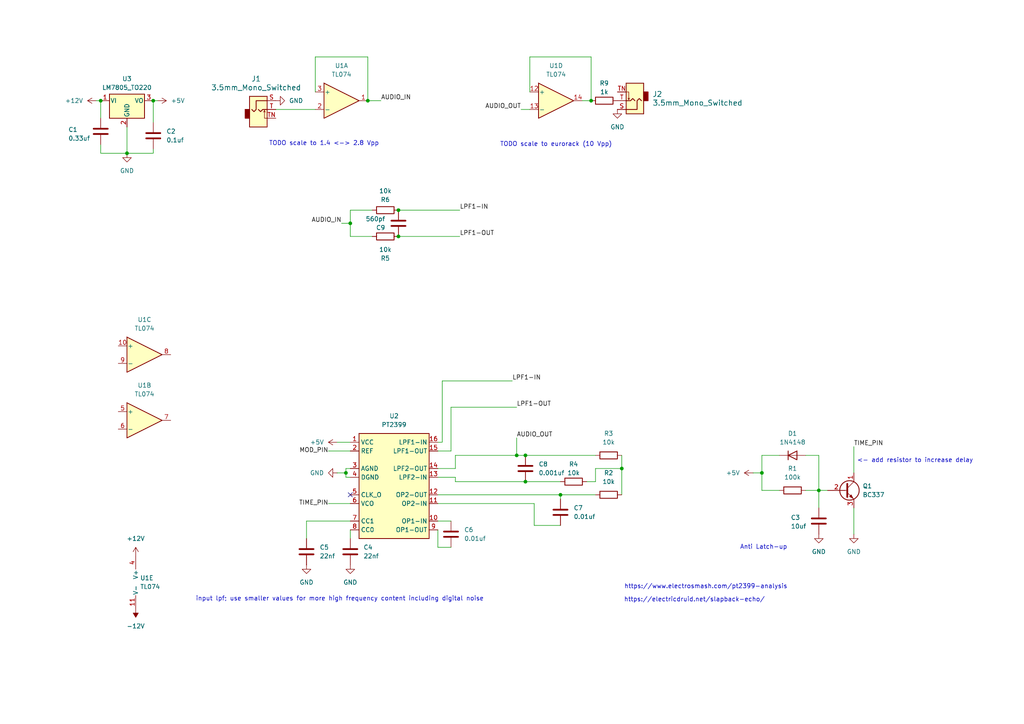
<source format=kicad_sch>
(kicad_sch (version 20231120) (generator "eeschema") (generator_version "8.0")
  (paper "A4")
  (lib_symbols
    (symbol "Diode:1N4148" (pin_numbers hide) (pin_names hide)
      (property "Reference" "D" (at 0 2.54 0))
      (property "Value" "1N4148" (at 0 -2.54 0))
      (symbol "1N4148_0_1"
        (polyline (pts (xy -1.27 1.27) (xy -1.27 -1.27)) (stroke (width 0.254)))
        (polyline (pts (xy 1.27 0) (xy -1.27 0)))
        (polyline (pts (xy 1.27 1.27) (xy 1.27 -1.27) (xy -1.27 0) (xy 1.27 1.27)) (stroke (width 0.254)))
      )
      (symbol "1N4148_1_1"
        (pin passive line (at -3.81 0 0) (length 2.54) (name "K") (number "1"))
        (pin passive line (at 3.81 0 180) (length 2.54) (name "A") (number "2"))
      )
    )
    (symbol "KitsBlips:+12V" (power) (pin_numbers hide) (pin_names (offset 0) hide)
      (property "Value" "+12V" (at 0 3.556 0))
      (symbol "+12V_0_1"
        (polyline (pts (xy -0.762 1.27) (xy 0 2.54)))
        (polyline (pts (xy 0 0) (xy 0 2.54)))
        (polyline (pts (xy 0 2.54) (xy 0.762 1.27)))
      )
      (symbol "+12V_1_1"
        (pin power_in line (at 0 0 90) (length 0) (name "~") (number "1"))
      )
    )
    (symbol "KitsBlips:+5V" (power) (pin_numbers hide) (pin_names (offset 0) hide)
      (property "Value" "+5V" (at 0 3.556 0))
      (symbol "+5V_0_1"
        (polyline (pts (xy -0.762 1.27) (xy 0 2.54)))
        (polyline (pts (xy 0 0) (xy 0 2.54)))
        (polyline (pts (xy 0 2.54) (xy 0.762 1.27)))
      )
      (symbol "+5V_1_1"
        (pin power_in line (at 0 0 90) (length 0) (name "~") (number "1"))
      )
    )
    (symbol "KitsBlips:-12V" (power) (pin_numbers hide) (pin_names (offset 0) hide)
      (property "Value" "-12V" (at 0 3.556 0))
      (symbol "-12V_0_0"
        (pin power_in line (at 0 0 90) (length 0) (name "~") (number "1"))
      )
      (symbol "-12V_0_1"
        (polyline (pts (xy 0 0) (xy 0 1.27) (xy 0.762 1.27) (xy 0 2.54) (xy -0.762 1.27) (xy 0 1.27)) (fill (type outline)))
      )
    )
    (symbol "KitsBlips:3.5mm_Mono_Switched" (pin_names (offset 0) hide)
      (property "Reference" "J" (at -5.588 -6.35 0))
      (property "Value" "3.5mm_Mono_Switched" (at -1.27 7.112 0))
      (symbol "3.5mm_Mono_Switched_0_1"
        (rectangle (start -7.62 1.27) (end -8.89 -1.27) (stroke (width 0.254)) (fill (type outline)))
        (rectangle (start -7.62 5.08) (end -2.54 -3.81) (stroke (width 0.254)) (fill (type background)))
        (polyline (pts (xy -3.302 1.016) (xy -3.048 0.508)))
        (polyline (pts (xy -5.08 1.27) (xy -4.445 0.635) (xy -3.81 1.27) (xy -2.54 1.27)) (stroke (width 0.254)))
        (polyline (pts (xy -2.54 -1.27) (xy -3.302 -1.27) (xy -3.302 1.016) (xy -3.556 0.508)))
        (polyline (pts (xy -2.54 3.81) (xy -5.715 3.81) (xy -5.715 1.27) (xy -6.35 0.635) (xy -6.985 1.27)) (stroke (width 0.254)))
      )
      (symbol "3.5mm_Mono_Switched_1_1"
        (pin passive line (at 0 3.81 180) (length 2.54) (name "~") (number "S"))
        (pin passive line (at 0 1.27 180) (length 2.54) (name "~") (number "T"))
        (pin passive line (at 0 -1.27 180) (length 2.54) (name "~") (number "TN"))
      )
    )
    (symbol "KitsBlips:C" (pin_numbers hide) (pin_names (offset 0.254))
      (property "Reference" "C" (at 0.635 2.54 0))
      (property "Value" "C" (at 0.635 -2.54 0))
      (symbol "C_0_1"
        (polyline (pts (xy -2.032 -0.762) (xy 2.032 -0.762)) (stroke (width 0.508)))
        (polyline (pts (xy -2.032 0.762) (xy 2.032 0.762)) (stroke (width 0.508)))
      )
      (symbol "C_1_1"
        (pin passive line (at 0 3.81 270) (length 2.794) (name "~") (number "1"))
        (pin passive line (at 0 -3.81 90) (length 2.794) (name "~") (number "2"))
      )
    )
    (symbol "KitsBlips:PT2399"
      (property "Reference" "U" (at 0 17.78 0))
      (property "Value" "PT2399" (at 0 -17.78 0))
      (symbol "PT2399_0_1"
        (rectangle (start -10.16 15.24) (end 10.16 -15.24) (stroke (width 0.254)) (fill (type background)))
      )
      (symbol "PT2399_1_1"
        (pin power_in line (at -12.7 12.7 0) (length 2.54) (name "VCC") (number "1"))
        (pin input line (at 12.7 -10.16 180) (length 2.54) (name "OP1-IN") (number "10"))
        (pin input line (at 12.7 -5.08 180) (length 2.54) (name "OP2-IN") (number "11"))
        (pin output line (at 12.7 -2.54 180) (length 2.54) (name "OP2-OUT") (number "12"))
        (pin input line (at 12.7 2.54 180) (length 2.54) (name "LPF2-IN") (number "13"))
        (pin output line (at 12.7 5.08 180) (length 2.54) (name "LPF2-OUT") (number "14"))
        (pin output line (at 12.7 10.16 180) (length 2.54) (name "LPF1-OUT") (number "15"))
        (pin input line (at 12.7 12.7 180) (length 2.54) (name "LPF1-IN") (number "16"))
        (pin passive line (at -12.7 10.16 0) (length 2.54) (name "REF") (number "2"))
        (pin power_in line (at -12.7 5.08 0) (length 2.54) (name "AGND") (number "3"))
        (pin power_in line (at -12.7 2.54 0) (length 2.54) (name "DGND") (number "4"))
        (pin passive line (at -12.7 -2.54 0) (length 2.54) (name "CLK_O") (number "5"))
        (pin passive line (at -12.7 -5.08 0) (length 2.54) (name "VCO") (number "6"))
        (pin passive line (at -12.7 -10.16 0) (length 2.54) (name "CC1") (number "7"))
        (pin passive line (at -12.7 -12.7 0) (length 2.54) (name "CC0") (number "8"))
        (pin output line (at 12.7 -12.7 180) (length 2.54) (name "OP1-OUT") (number "9"))
      )
    )
    (symbol "KitsBlips:R" (pin_numbers hide) (pin_names (offset 0))
      (property "Reference" "R" (at 2.032 0 90))
      (property "Value" "R" (at 0 0 90))
      (symbol "R_0_1"
        (rectangle (start -1.016 -2.54) (end 1.016 2.54) (stroke (width 0.254)))
      )
      (symbol "R_1_1"
        (pin passive line (at 0 3.81 270) (length 1.27) (name "~") (number "1"))
        (pin passive line (at 0 -3.81 90) (length 1.27) (name "~") (number "2"))
      )
    )
    (symbol "KitsBlips:TL074" (pin_names (offset 0.127))
      (property "Reference" "U" (at 0 5.08 0))
      (property "Value" "TL074" (at 0 -5.08 0))
      (symbol "TL074_1_1"
        (polyline (pts (xy -5.08 5.08) (xy 5.08 0) (xy -5.08 -5.08) (xy -5.08 5.08)) (stroke (width 0.254)) (fill (type background)))
        (pin output line (at 7.62 0 180) (length 2.54) (name "~") (number "1"))
        (pin input line (at -7.62 -2.54 0) (length 2.54) (name "-") (number "2"))
        (pin input line (at -7.62 2.54 0) (length 2.54) (name "+") (number "3"))
      )
      (symbol "TL074_2_1"
        (polyline (pts (xy -5.08 5.08) (xy 5.08 0) (xy -5.08 -5.08) (xy -5.08 5.08)) (stroke (width 0.254)) (fill (type background)))
        (pin input line (at -7.62 2.54 0) (length 2.54) (name "+") (number "5"))
        (pin input line (at -7.62 -2.54 0) (length 2.54) (name "-") (number "6"))
        (pin output line (at 7.62 0 180) (length 2.54) (name "~") (number "7"))
      )
      (symbol "TL074_3_1"
        (polyline (pts (xy -5.08 5.08) (xy 5.08 0) (xy -5.08 -5.08) (xy -5.08 5.08)) (stroke (width 0.254)) (fill (type background)))
        (pin input line (at -7.62 2.54 0) (length 2.54) (name "+") (number "10"))
        (pin output line (at 7.62 0 180) (length 2.54) (name "~") (number "8"))
        (pin input line (at -7.62 -2.54 0) (length 2.54) (name "-") (number "9"))
      )
      (symbol "TL074_4_1"
        (polyline (pts (xy -5.08 5.08) (xy 5.08 0) (xy -5.08 -5.08) (xy -5.08 5.08)) (stroke (width 0.254)) (fill (type background)))
        (pin input line (at -7.62 2.54 0) (length 2.54) (name "+") (number "12"))
        (pin input line (at -7.62 -2.54 0) (length 2.54) (name "-") (number "13"))
        (pin output line (at 7.62 0 180) (length 2.54) (name "~") (number "14"))
      )
      (symbol "TL074_5_1"
        (pin power_in line (at -2.54 -7.62 90) (length 3.81) (name "V-") (number "11"))
        (pin power_in line (at -2.54 7.62 270) (length 3.81) (name "V+") (number "4"))
      )
    )
    (symbol "Regulator_Linear:LM7805_TO220" (pin_names (offset 0.254))
      (property "Reference" "U" (at -3.81 3.175 0))
      (property "Value" "LM7805_TO220" (at 0 3.175 0))
      (symbol "LM7805_TO220_0_1"
        (rectangle (start -5.08 1.905) (end 5.08 -5.08) (stroke (width 0.254)) (fill (type background)))
      )
      (symbol "LM7805_TO220_1_1"
        (pin power_in line (at -7.62 0 0) (length 2.54) (name "VI") (number "1"))
        (pin power_in line (at 0 -7.62 90) (length 2.54) (name "GND") (number "2"))
        (pin power_out line (at 7.62 0 180) (length 2.54) (name "VO") (number "3"))
      )
    )
    (symbol "Transistor_BJT:BC337" (pin_names (offset 0) hide)
      (property "Reference" "Q" (at 5.08 1.905 0))
      (property "Value" "BC337" (at 5.08 0 0))
      (symbol "BC337_0_1"
        (polyline (pts (xy 0 0) (xy 0.635 0)))
        (polyline (pts (xy 0.635 0.635) (xy 2.54 2.54)))
        (polyline (pts (xy 0.635 -0.635) (xy 2.54 -2.54) (xy 2.54 -2.54)))
        (polyline (pts (xy 0.635 1.905) (xy 0.635 -1.905) (xy 0.635 -1.905)) (stroke (width 0.508)))
        (polyline (pts (xy 1.27 -1.778) (xy 1.778 -1.27) (xy 2.286 -2.286) (xy 1.27 -1.778) (xy 1.27 -1.778)) (fill (type outline)))
        (circle (center 1.27 0) (radius 2.8194) (stroke (width 0.254)))
      )
      (symbol "BC337_1_1"
        (pin passive line (at 2.54 5.08 270) (length 2.54) (name "C") (number "1"))
        (pin input line (at -5.08 0 0) (length 5.08) (name "B") (number "2"))
        (pin passive line (at 2.54 -5.08 90) (length 2.54) (name "E") (number "3"))
      )
    )
    (symbol "power:GND" (power) (pin_numbers hide) (pin_names (offset 0) hide)
      (property "Value" "GND" (at 0 -3.81 0))
      (symbol "GND_0_1"
        (polyline (pts (xy 0 0) (xy 0 -1.27) (xy 1.27 -1.27) (xy 0 -2.54) (xy -1.27 -1.27) (xy 0 -1.27)))
      )
      (symbol "GND_1_1"
        (pin power_in line (at 0 0 270) (length 0) (name "~") (number "1"))
      )
    )
  )
  (junction (at 237.49 142.24))
  (junction (at 115.57 60.96))
  (junction (at 180.34 135.89))
  (junction (at 44.45 29.21))
  (junction (at 149.86 132.08))
  (junction (at 101.6 64.77))
  (junction (at 171.45 29.21))
  (junction (at 152.4 132.08))
  (junction (at 29.21 29.21))
  (junction (at 220.98 137.16))
  (junction (at 162.56 143.51))
  (junction (at 36.83 44.45))
  (junction (at 106.68 29.21))
  (junction (at 100.33 137.16))
  (junction (at 152.4 139.7))
  (junction (at 115.57 68.58))
  (no_connect (at 101.6 143.51))
  (wire (pts (xy 162.56 143.51) (xy 127 143.51)))
  (wire (pts (xy 162.56 143.51) (xy 162.56 144.78)))
  (wire (pts (xy 220.98 142.24) (xy 220.98 137.16)))
  (wire (pts (xy 127 158.75) (xy 130.81 158.75)))
  (wire (pts (xy 101.6 156.21) (xy 101.6 153.67)))
  (wire (pts (xy 153.67 26.67) (xy 153.67 16.51)))
  (wire (pts (xy 180.34 132.08) (xy 180.34 135.89)))
  (wire (pts (xy 132.08 139.7) (xy 152.4 139.7)))
  (wire (pts (xy 130.81 118.11) (xy 130.81 130.81)))
  (wire (pts (xy 153.67 16.51) (xy 171.45 16.51)))
  (wire (pts (xy 132.08 138.43) (xy 132.08 139.7)))
  (wire (pts (xy 237.49 132.08) (xy 237.49 142.24)))
  (wire (pts (xy 101.6 68.58) (xy 101.6 64.77)))
  (wire (pts (xy 128.27 110.49) (xy 128.27 128.27)))
  (wire (pts (xy 247.65 129.54) (xy 247.65 137.16)))
  (wire (pts (xy 107.95 68.58) (xy 101.6 68.58)))
  (wire (pts (xy 27.94 29.21) (xy 29.21 29.21)))
  (wire (pts (xy 115.57 60.96) (xy 133.35 60.96)))
  (wire (pts (xy 100.33 137.16) (xy 100.33 138.43)))
  (wire (pts (xy 220.98 132.08) (xy 220.98 137.16)))
  (wire (pts (xy 29.21 29.21) (xy 29.21 34.29)))
  (wire (pts (xy 154.94 146.05) (xy 154.94 152.4)))
  (wire (pts (xy 106.68 16.51) (xy 106.68 29.21)))
  (wire (pts (xy 226.06 132.08) (xy 220.98 132.08)))
  (wire (pts (xy 149.86 118.11) (xy 130.81 118.11)))
  (wire (pts (xy 240.03 142.24) (xy 237.49 142.24)))
  (wire (pts (xy 130.81 130.81) (xy 127 130.81)))
  (wire (pts (xy 162.56 143.51) (xy 172.72 143.51)))
  (wire (pts (xy 149.86 132.08) (xy 152.4 132.08)))
  (wire (pts (xy 127 146.05) (xy 154.94 146.05)))
  (wire (pts (xy 36.83 36.83) (xy 36.83 44.45)))
  (wire (pts (xy 101.6 151.13) (xy 88.9 151.13)))
  (wire (pts (xy 44.45 43.18) (xy 44.45 44.45)))
  (wire (pts (xy 128.27 128.27) (xy 127 128.27)))
  (wire (pts (xy 106.68 29.21) (xy 110.49 29.21)))
  (wire (pts (xy 171.45 16.51) (xy 171.45 29.21)))
  (wire (pts (xy 152.4 132.08) (xy 172.72 132.08)))
  (wire (pts (xy 127 151.13) (xy 130.81 151.13)))
  (wire (pts (xy 218.44 137.16) (xy 220.98 137.16)))
  (wire (pts (xy 101.6 135.89) (xy 100.33 135.89)))
  (wire (pts (xy 237.49 142.24) (xy 237.49 147.32)))
  (wire (pts (xy 97.79 137.16) (xy 100.33 137.16)))
  (wire (pts (xy 233.68 142.24) (xy 237.49 142.24)))
  (wire (pts (xy 44.45 29.21) (xy 44.45 35.56)))
  (wire (pts (xy 132.08 135.89) (xy 132.08 132.08)))
  (wire (pts (xy 101.6 64.77) (xy 101.6 60.96)))
  (wire (pts (xy 172.72 139.7) (xy 172.72 135.89)))
  (wire (pts (xy 101.6 60.96) (xy 107.95 60.96)))
  (wire (pts (xy 91.44 26.67) (xy 91.44 16.51)))
  (wire (pts (xy 29.21 44.45) (xy 29.21 41.91)))
  (wire (pts (xy 36.83 44.45) (xy 29.21 44.45)))
  (wire (pts (xy 247.65 154.94) (xy 247.65 147.32)))
  (wire (pts (xy 91.44 16.51) (xy 106.68 16.51)))
  (wire (pts (xy 180.34 135.89) (xy 180.34 143.51)))
  (wire (pts (xy 154.94 152.4) (xy 162.56 152.4)))
  (wire (pts (xy 133.35 68.58) (xy 115.57 68.58)))
  (wire (pts (xy 170.18 139.7) (xy 172.72 139.7)))
  (wire (pts (xy 80.01 31.75) (xy 91.44 31.75)))
  (wire (pts (xy 233.68 132.08) (xy 237.49 132.08)))
  (wire (pts (xy 99.06 64.77) (xy 101.6 64.77)))
  (wire (pts (xy 97.79 128.27) (xy 101.6 128.27)))
  (wire (pts (xy 88.9 151.13) (xy 88.9 156.21)))
  (wire (pts (xy 100.33 135.89) (xy 100.33 137.16)))
  (wire (pts (xy 101.6 138.43) (xy 100.33 138.43)))
  (wire (pts (xy 151.13 31.75) (xy 153.67 31.75)))
  (wire (pts (xy 127 138.43) (xy 132.08 138.43)))
  (wire (pts (xy 95.25 146.05) (xy 101.6 146.05)))
  (wire (pts (xy 132.08 132.08) (xy 149.86 132.08)))
  (wire (pts (xy 44.45 44.45) (xy 36.83 44.45)))
  (wire (pts (xy 220.98 142.24) (xy 226.06 142.24)))
  (wire (pts (xy 127 135.89) (xy 132.08 135.89)))
  (wire (pts (xy 172.72 135.89) (xy 180.34 135.89)))
  (wire (pts (xy 44.45 29.21) (xy 45.72 29.21)))
  (wire (pts (xy 152.4 139.7) (xy 162.56 139.7)))
  (wire (pts (xy 149.86 127) (xy 149.86 132.08)))
  (wire (pts (xy 127 153.67) (xy 127 158.75)))
  (wire (pts (xy 128.27 110.49) (xy 148.59 110.49)))
  (wire (pts (xy 95.25 130.81) (xy 101.6 130.81)))
  (wire (pts (xy 168.91 29.21) (xy 171.45 29.21)))
  (text "TODO scale to 1.4 <-> 2.8 Vpp" (at 93.98 41.656 0) (effects (font (size 1.27 1.27))))
  (text "<- add resistor to increase delay\n\n" (at 265.43 134.62 0) (effects (font (size 1.27 1.27))))
  (text "Anti Latch-up\n" (at 221.488 158.75 0) (effects (font (size 1.27 1.27))))
  (text "input lpf; use smaller values for more high frequency content including digital noise" (at 98.552 173.736 0) (effects (font (size 1.27 1.27))))
  (text "https://electricdruid.net/slapback-echo/" (at 201.422 173.99 0) (effects (font (size 1.27 1.27))))
  (text "https://www.electrosmash.com/pt2399-analysis\n" (at 204.724 170.18 0) (effects (font (size 1.27 1.27))))
  (text "TODO scale to eurorack (10 Vpp)" (at 161.29 41.91 0) (effects (font (size 1.27 1.27))))
  (label "AUDIO_OUT" (at 149.86 127 0))
  (label "TIME_PIN" (at 247.65 129.54 0))
  (label "AUDIO_OUT" (at 151.13 31.75 180))
  (label "MOD_PIN" (at 95.25 130.81 180))
  (label "LPF1-IN" (at 133.35 60.96 0))
  (label "TIME_PIN" (at 95.25 146.05 180))
  (label "AUDIO_IN" (at 99.06 64.77 180))
  (label "AUDIO_IN" (at 110.49 29.21 0))
  (label "LPF1-IN" (at 148.59 110.49 0))
  (label "LPF1-OUT" (at 133.35 68.58 0))
  (label "LPF1-OUT" (at 149.86 118.11 0))
  (symbol (lib_id "KitsBlips:C") (at 88.9 160.02 0) (unit 1)
    (property "Reference" "C5" (at 92.71 158.7499 0) (effects (justify left)))
    (property "Value" "22nf" (at 92.71 161.2899 0) (effects (justify left)))
    (property "Description" "Unpolarized capacitor" (effects (hide yes)))
  )
  (symbol (lib_id "KitsBlips:R") (at 166.37 139.7 90) (unit 1)
    (property "Reference" "R4" (at 166.37 134.62 90))
    (property "Value" "10k" (at 166.37 137.16 90))
    (property "Description" "Resistor" (effects (hide yes)))
  )
  (symbol (lib_id "KitsBlips:C") (at 162.56 148.59 180) (unit 1)
    (property "Reference" "C7" (at 166.37 147.3199 0) (effects (justify right)))
    (property "Value" "0.01uf" (at 166.37 149.8599 0) (effects (justify right)))
    (property "Description" "Unpolarized capacitor" (effects (hide yes)))
  )
  (symbol (lib_id "Regulator_Linear:LM7805_TO220") (at 36.83 29.21 0) (unit 1)
    (property "Reference" "U3" (at 36.83 22.86 0))
    (property "Value" "LM7805_TO220" (at 36.83 25.4 0))
    (property "Footprint" "Package_TO_SOT_THT:TO-220-3_Vertical" (effects (hide yes)))
    (property "Datasheet" "https://www.onsemi.cn/PowerSolutions/document/MC7800-D.PDF" (effects (hide yes)))
    (property "Description" "Positive 1A 35V Linear Regulator, Fixed Output 5V, TO-220" (effects (hide yes)))
  )
  (symbol (lib_id "KitsBlips:C") (at 101.6 160.02 0) (unit 1)
    (property "Reference" "C4" (at 105.41 158.7499 0) (effects (justify left)))
    (property "Value" "22nf" (at 105.41 161.2899 0) (effects (justify left)))
    (property "Description" "Unpolarized capacitor" (effects (hide yes)))
  )
  (symbol (lib_id "KitsBlips:C") (at 130.81 154.94 0) (unit 1)
    (property "Reference" "C6" (at 134.62 153.6699 0) (effects (justify left)))
    (property "Value" "0.01uf" (at 134.62 156.2099 0) (effects (justify left)))
    (property "Description" "Unpolarized capacitor" (effects (hide yes)))
  )
  (symbol (lib_id "KitsBlips:3.5mm_Mono_Switched") (at 80.01 33.02 0) (unit 1)
    (property "Reference" "J1" (at 74.295 22.86 0) (effects (font (size 1.524 1.524))))
    (property "Value" "3.5mm_Mono_Switched" (at 74.295 25.4 0) (effects (font (size 1.524 1.524))))
    (property "Footprint" "Connector_Audio:Jack_3.5mm_QingPu_WQP-PJ398SM_Vertical_CircularHoles" (effects (hide yes)))
    (property "Description" "Audio 3.5mm Jack, mono, switched, PC-pin Vertical" (effects (hide yes)))
    (property "Specifications" "Audio 3.5mm Jack, mono, switched, PC-pin Vertical" (effects (hide yes)))
    (property "Manufacturer" "Wenzhou QingPu Electronics Co" (effects (hide yes)))
    (property "Part Number" "WQP-WQP518MA" (effects (hide yes)))
  )
  (symbol (lib_id "power:GND") (at 80.01 29.21 90) (unit 1)
    (property "Reference" "#PWR014" (effects (hide yes)))
    (property "Value" "GND" (at 83.82 29.2099 90) (effects (justify right)))
    (property "Description" "Power symbol creates a global label with name \"GND\" , ground" (effects (hide yes)))
  )
  (symbol (lib_id "KitsBlips:R") (at 229.87 142.24 90) (unit 1)
    (property "Reference" "R1" (at 229.87 135.89 90))
    (property "Value" "100k" (at 229.87 138.43 90))
    (property "Description" "Resistor" (effects (hide yes)))
  )
  (symbol (lib_id "power:GND") (at 97.79 137.16 270) (unit 1)
    (property "Reference" "#PWR010" (effects (hide yes)))
    (property "Value" "GND" (at 93.98 137.1599 90) (effects (justify right)))
    (property "Description" "Power symbol creates a global label with name \"GND\" , ground" (effects (hide yes)))
  )
  (symbol (lib_id "KitsBlips:TL074") (at 99.06 29.21 0) (unit 1)
    (property "Reference" "U1" (at 99.06 19.05 0))
    (property "Value" "TL074" (at 99.06 21.59 0))
    (property "Datasheet" "http://www.ti.com/lit/ds/symlink/tl071.pdf" (effects (hide yes)))
    (property "Description" "Quad Low-Noise JFET-Input Operational Amplifiers, DIP-14/SOIC-14" (effects (hide yes)))
  )
  (symbol (lib_id "KitsBlips:C") (at 152.4 135.89 180) (unit 1)
    (property "Reference" "C8" (at 156.21 134.6199 0) (effects (justify right)))
    (property "Value" "0.001uf" (at 156.21 137.1599 0) (effects (justify right)))
    (property "Description" "Unpolarized capacitor" (effects (hide yes)))
  )
  (symbol (lib_id "KitsBlips:TL074") (at 161.29 29.21 0) (unit 4)
    (property "Reference" "U1" (at 161.29 19.05 0))
    (property "Value" "TL074" (at 161.29 21.59 0))
    (property "Datasheet" "http://www.ti.com/lit/ds/symlink/tl071.pdf" (effects (hide yes)))
    (property "Description" "Quad Low-Noise JFET-Input Operational Amplifiers, DIP-14/SOIC-14" (effects (hide yes)))
  )
  (symbol (lib_id "Diode:1N4148") (at 229.87 132.08 0) (unit 1)
    (property "Reference" "D1" (at 229.87 125.73 0))
    (property "Value" "1N4148" (at 229.87 128.27 0))
    (property "Footprint" "Diode_THT:D_DO-35_SOD27_P7.62mm_Horizontal" (effects (hide yes)))
    (property "Datasheet" "https://assets.nexperia.com/documents/data-sheet/1N4148_1N4448.pdf" (effects (hide yes)))
    (property "Description" "100V 0.15A standard switching diode, DO-35" (effects (hide yes)))
    (property "Sim.Device" "D" (effects (hide yes)))
    (property "Sim.Pins" "1=K 2=A" (effects (hide yes)))
  )
  (symbol (lib_id "KitsBlips:C") (at 237.49 151.13 0) (unit 1)
    (property "Reference" "C3" (at 229.362 150.114 0) (effects (justify left)))
    (property "Value" "10uf" (at 229.362 152.654 0) (effects (justify left)))
    (property "Description" "Unpolarized capacitor" (effects (hide yes)))
  )
  (symbol (lib_id "KitsBlips:+12V") (at 27.94 29.21 90) (unit 1)
    (property "Reference" "#PWR05" (effects (hide yes)))
    (property "Value" "+12V" (at 24.13 29.2099 90) (effects (justify left)))
    (property "Description" "Power symbol creates a global label with name \"+12V\"" (effects (hide yes)))
  )
  (symbol (lib_id "KitsBlips:C") (at 115.57 64.77 0) (unit 1)
    (property "Reference" "C9" (at 111.76 66.0401 0) (effects (justify right)))
    (property "Value" "560pf" (at 111.76 63.5001 0) (effects (justify right)))
    (property "Description" "Unpolarized capacitor" (effects (hide yes)))
  )
  (symbol (lib_id "power:GND") (at 36.83 44.45 0) (unit 1)
    (property "Reference" "#PWR03" (effects (hide yes)))
    (property "Value" "GND" (at 36.83 49.53 0))
    (property "Description" "Power symbol creates a global label with name \"GND\" , ground" (effects (hide yes)))
  )
  (symbol (lib_id "power:GND") (at 247.65 154.94 0) (unit 1)
    (property "Reference" "#PWR08" (effects (hide yes)))
    (property "Value" "GND" (at 247.65 160.02 0))
    (property "Description" "Power symbol creates a global label with name \"GND\" , ground" (effects (hide yes)))
  )
  (symbol (lib_id "KitsBlips:+5V") (at 218.44 137.16 90) (unit 1)
    (property "Reference" "#PWR06" (effects (hide yes)))
    (property "Value" "+5V" (at 214.63 137.1599 90) (effects (justify left)))
    (property "Description" "Power symbol creates a global label with name \"+5V\"" (effects (hide yes)))
  )
  (symbol (lib_id "power:GND") (at 101.6 163.83 0) (unit 1)
    (property "Reference" "#PWR012" (effects (hide yes)))
    (property "Value" "GND" (at 101.6 168.91 0))
    (property "Description" "Power symbol creates a global label with name \"GND\" , ground" (effects (hide yes)))
  )
  (symbol (lib_id "KitsBlips:TL074") (at 41.91 121.92 0) (unit 2)
    (property "Reference" "U1" (at 41.91 111.76 0))
    (property "Value" "TL074" (at 41.91 114.3 0))
    (property "Datasheet" "http://www.ti.com/lit/ds/symlink/tl071.pdf" (effects (hide yes)))
    (property "Description" "Quad Low-Noise JFET-Input Operational Amplifiers, DIP-14/SOIC-14" (effects (hide yes)))
  )
  (symbol (lib_id "power:GND") (at 179.07 31.75 0) (unit 1)
    (property "Reference" "#PWR013" (effects (hide yes)))
    (property "Value" "GND" (at 179.07 36.83 0))
    (property "Description" "Power symbol creates a global label with name \"GND\" , ground" (effects (hide yes)))
  )
  (symbol (lib_id "power:GND") (at 237.49 154.94 0) (unit 1)
    (property "Reference" "#PWR07" (effects (hide yes)))
    (property "Value" "GND" (at 237.49 160.02 0))
    (property "Description" "Power symbol creates a global label with name \"GND\" , ground" (effects (hide yes)))
  )
  (symbol (lib_id "KitsBlips:+12V") (at 39.37 161.29 0) (unit 1)
    (property "Reference" "#PWR01" (effects (hide yes)))
    (property "Value" "+12V" (at 39.37 156.21 0))
    (property "Description" "Power symbol creates a global label with name \"+12V\"" (effects (hide yes)))
  )
  (symbol (lib_id "KitsBlips:-12V") (at 39.37 176.53 180) (unit 1)
    (property "Reference" "#PWR02" (effects (hide yes)))
    (property "Value" "-12V" (at 39.37 181.61 0))
    (property "Description" "Power symbol creates a global label with name \"-12V\"" (effects (hide yes)))
  )
  (symbol (lib_id "KitsBlips:R") (at 176.53 132.08 90) (unit 1)
    (property "Reference" "R3" (at 176.53 125.73 90))
    (property "Value" "10k" (at 176.53 128.27 90))
    (property "Description" "Resistor" (effects (hide yes)))
  )
  (symbol (lib_id "KitsBlips:+5V") (at 45.72 29.21 270) (unit 1)
    (property "Reference" "#PWR04" (effects (hide yes)))
    (property "Value" "+5V" (at 49.53 29.2099 90) (effects (justify left)))
    (property "Description" "Power symbol creates a global label with name \"+5V\"" (effects (hide yes)))
  )
  (symbol (lib_id "KitsBlips:C") (at 44.45 39.37 0) (unit 1)
    (property "Reference" "C2" (at 48.26 38.0999 0) (effects (justify left)))
    (property "Value" "0.1uf" (at 48.26 40.6399 0) (effects (justify left)))
    (property "Description" "Unpolarized capacitor" (effects (hide yes)))
  )
  (symbol (lib_id "KitsBlips:+5V") (at 97.79 128.27 90) (unit 1)
    (property "Reference" "#PWR09" (effects (hide yes)))
    (property "Value" "+5V" (at 93.98 128.2699 90) (effects (justify left)))
    (property "Description" "Power symbol creates a global label with name \"+5V\"" (effects (hide yes)))
  )
  (symbol (lib_id "Transistor_BJT:BC337") (at 245.11 142.24 0) (unit 1)
    (property "Reference" "Q1" (at 250.19 140.9699 0) (effects (justify left)))
    (property "Value" "BC337" (at 250.19 143.5099 0) (effects (justify left)))
    (property "Footprint" "Package_TO_SOT_THT:TO-92_Inline" (effects (hide yes)))
    (property "Datasheet" "https://diotec.com/tl_files/diotec/files/pdf/datasheets/bc337.pdf" (effects (hide yes)))
    (property "Description" "0.8A Ic, 45V Vce, NPN Transistor, TO-92" (effects (hide yes)))
  )
  (symbol (lib_id "KitsBlips:3.5mm_Mono_Switched") (at 179.07 27.94 180) (unit 1)
    (property "Reference" "J2" (at 189.23 27.3049 0) (effects (font (size 1.524 1.524)) (justify right)))
    (property "Value" "3.5mm_Mono_Switched" (at 189.23 29.8449 0) (effects (font (size 1.524 1.524)) (justify right)))
    (property "Footprint" "Connector_Audio:Jack_3.5mm_QingPu_WQP-PJ398SM_Vertical_CircularHoles" (effects (hide yes)))
    (property "Description" "Audio 3.5mm Jack, mono, switched, PC-pin Vertical" (effects (hide yes)))
    (property "Specifications" "Audio 3.5mm Jack, mono, switched, PC-pin Vertical" (effects (hide yes)))
    (property "Manufacturer" "Wenzhou QingPu Electronics Co" (effects (hide yes)))
    (property "Part Number" "WQP-WQP518MA" (effects (hide yes)))
  )
  (symbol (lib_id "KitsBlips:R") (at 176.53 143.51 90) (unit 1)
    (property "Reference" "R2" (at 176.53 137.16 90))
    (property "Value" "10k" (at 176.53 139.7 90))
    (property "Description" "Resistor" (effects (hide yes)))
  )
  (symbol (lib_id "KitsBlips:C") (at 29.21 38.1 0) (unit 1)
    (property "Reference" "C1" (at 19.812 37.592 0) (effects (justify left)))
    (property "Value" "0.33uf" (at 19.812 40.132 0) (effects (justify left)))
    (property "Description" "Unpolarized capacitor" (effects (hide yes)))
  )
  (symbol (lib_id "KitsBlips:R") (at 111.76 60.96 270) (unit 1)
    (property "Reference" "R6" (at 111.76 57.912 90))
    (property "Value" "10k" (at 111.76 55.372 90))
    (property "Description" "Resistor" (effects (hide yes)))
  )
  (symbol (lib_id "KitsBlips:R") (at 111.76 68.58 270) (unit 1)
    (property "Reference" "R5" (at 111.76 74.93 90))
    (property "Value" "10k" (at 111.76 72.39 90))
    (property "Description" "Resistor" (effects (hide yes)))
  )
  (symbol (lib_id "KitsBlips:PT2399") (at 114.3 140.97 0) (unit 1)
    (property "Reference" "U2" (at 114.3 120.65 0))
    (property "Value" "PT2399" (at 114.3 123.19 0))
    (property "Footprint" "Package_DIP:DIP-16_W7.62mm_Socket" (effects (hide yes)))
    (property "Datasheet" "http://www.princeton.com.tw/Portals/0/Product/PT2399_1.pdf" (effects (hide yes)))
    (property "Description" "Echo Processor IC, DIP-16" (effects (hide yes)))
  )
  (symbol (lib_id "KitsBlips:TL074") (at 41.91 102.87 0) (unit 3)
    (property "Reference" "U1" (at 41.91 92.71 0))
    (property "Value" "TL074" (at 41.91 95.25 0))
    (property "Datasheet" "http://www.ti.com/lit/ds/symlink/tl071.pdf" (effects (hide yes)))
    (property "Description" "Quad Low-Noise JFET-Input Operational Amplifiers, DIP-14/SOIC-14" (effects (hide yes)))
  )
  (symbol (lib_id "power:GND") (at 88.9 163.83 0) (unit 1)
    (property "Reference" "#PWR011" (effects (hide yes)))
    (property "Value" "GND" (at 88.9 168.91 0))
    (property "Description" "Power symbol creates a global label with name \"GND\" , ground" (effects (hide yes)))
  )
  (symbol (lib_id "KitsBlips:TL074") (at 41.91 168.91 0) (unit 5)
    (property "Reference" "U1" (at 40.64 167.6399 0) (effects (justify left)))
    (property "Value" "TL074" (at 40.64 170.1799 0) (effects (justify left)))
    (property "Datasheet" "http://www.ti.com/lit/ds/symlink/tl071.pdf" (effects (hide yes)))
    (property "Description" "Quad Low-Noise JFET-Input Operational Amplifiers, DIP-14/SOIC-14" (effects (hide yes)))
  )
  (symbol (lib_id "KitsBlips:R") (at 175.26 29.21 90) (unit 1)
    (property "Reference" "R9" (at 175.26 24.13 90))
    (property "Value" "1k" (at 175.26 26.67 90))
    (property "Description" "Resistor" (effects (hide yes)))
  )
)
</source>
